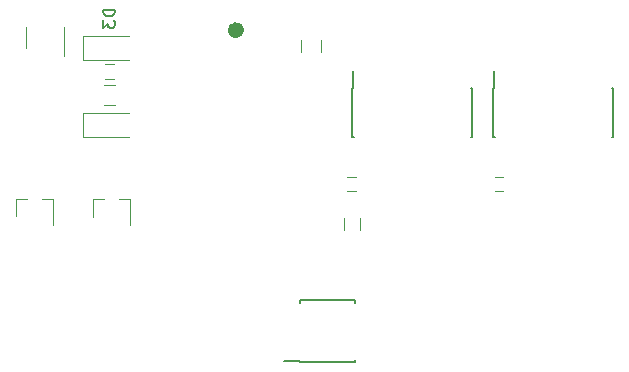
<source format=gbo>
G04 #@! TF.FileFunction,Legend,Bot*
%FSLAX46Y46*%
G04 Gerber Fmt 4.6, Leading zero omitted, Abs format (unit mm)*
G04 Created by KiCad (PCBNEW 4.0.6) date 08/02/17 17:45:46*
%MOMM*%
%LPD*%
G01*
G04 APERTURE LIST*
%ADD10C,0.100000*%
%ADD11C,0.150000*%
%ADD12C,0.120000*%
%ADD13C,0.800000*%
G04 APERTURE END LIST*
D10*
D11*
X126609000Y-97113000D02*
X126609000Y-96988000D01*
X131259000Y-97113000D02*
X131259000Y-96888000D01*
X131259000Y-91863000D02*
X131259000Y-92088000D01*
X126609000Y-91863000D02*
X126609000Y-92088000D01*
X126609000Y-97113000D02*
X131259000Y-97113000D01*
X126609000Y-91863000D02*
X131259000Y-91863000D01*
X126609000Y-96988000D02*
X125259000Y-96988000D01*
X131069000Y-73871000D02*
X131094000Y-73871000D01*
X131069000Y-78021000D02*
X131174000Y-78021000D01*
X141219000Y-78021000D02*
X141114000Y-78021000D01*
X141219000Y-73871000D02*
X141114000Y-73871000D01*
X131069000Y-73871000D02*
X131069000Y-78021000D01*
X141219000Y-73871000D02*
X141219000Y-78021000D01*
X131094000Y-73871000D02*
X131094000Y-72496000D01*
D12*
X110150000Y-73100000D02*
X110850000Y-73100000D01*
X110850000Y-71900000D02*
X110150000Y-71900000D01*
X111000000Y-75350000D02*
X110000000Y-75350000D01*
X110000000Y-73650000D02*
X111000000Y-73650000D01*
X143160000Y-82642000D02*
X143860000Y-82642000D01*
X143860000Y-81442000D02*
X143160000Y-81442000D01*
X130650000Y-82600000D02*
X131350000Y-82600000D01*
X131350000Y-81400000D02*
X130650000Y-81400000D01*
X126750000Y-70850000D02*
X126750000Y-69850000D01*
X128450000Y-69850000D02*
X128450000Y-70850000D01*
X108250000Y-78000000D02*
X108250000Y-76000000D01*
X108250000Y-76000000D02*
X112150000Y-76000000D01*
X108250000Y-78000000D02*
X112150000Y-78000000D01*
X108250000Y-71500000D02*
X108250000Y-69500000D01*
X108250000Y-69500000D02*
X112150000Y-69500000D01*
X108250000Y-71500000D02*
X112150000Y-71500000D01*
X109103000Y-83330000D02*
X110033000Y-83330000D01*
X112263000Y-83330000D02*
X111333000Y-83330000D01*
X112263000Y-83330000D02*
X112263000Y-85490000D01*
X109103000Y-83330000D02*
X109103000Y-84790000D01*
X102560000Y-83298000D02*
X103490000Y-83298000D01*
X105720000Y-83298000D02*
X104790000Y-83298000D01*
X105720000Y-83298000D02*
X105720000Y-85458000D01*
X102560000Y-83298000D02*
X102560000Y-84758000D01*
X131744000Y-85887000D02*
X131744000Y-84887000D01*
X130384000Y-84887000D02*
X130384000Y-85887000D01*
X103440000Y-70500000D02*
X103440000Y-68700000D01*
X106660000Y-68700000D02*
X106660000Y-71150000D01*
D13*
X121516228Y-69000000D02*
G75*
G03X121516228Y-69000000I-316228J0D01*
G01*
D11*
X143007000Y-73871000D02*
X143032000Y-73871000D01*
X143007000Y-78021000D02*
X143112000Y-78021000D01*
X153157000Y-78021000D02*
X153052000Y-78021000D01*
X153157000Y-73871000D02*
X153052000Y-73871000D01*
X143007000Y-73871000D02*
X143007000Y-78021000D01*
X153157000Y-73871000D02*
X153157000Y-78021000D01*
X143032000Y-73871000D02*
X143032000Y-72496000D01*
X110952381Y-67261905D02*
X109952381Y-67261905D01*
X109952381Y-67500000D01*
X110000000Y-67642858D01*
X110095238Y-67738096D01*
X110190476Y-67785715D01*
X110380952Y-67833334D01*
X110523810Y-67833334D01*
X110714286Y-67785715D01*
X110809524Y-67738096D01*
X110904762Y-67642858D01*
X110952381Y-67500000D01*
X110952381Y-67261905D01*
X109952381Y-68166667D02*
X109952381Y-68785715D01*
X110333333Y-68452381D01*
X110333333Y-68595239D01*
X110380952Y-68690477D01*
X110428571Y-68738096D01*
X110523810Y-68785715D01*
X110761905Y-68785715D01*
X110857143Y-68738096D01*
X110904762Y-68690477D01*
X110952381Y-68595239D01*
X110952381Y-68309524D01*
X110904762Y-68214286D01*
X110857143Y-68166667D01*
M02*

</source>
